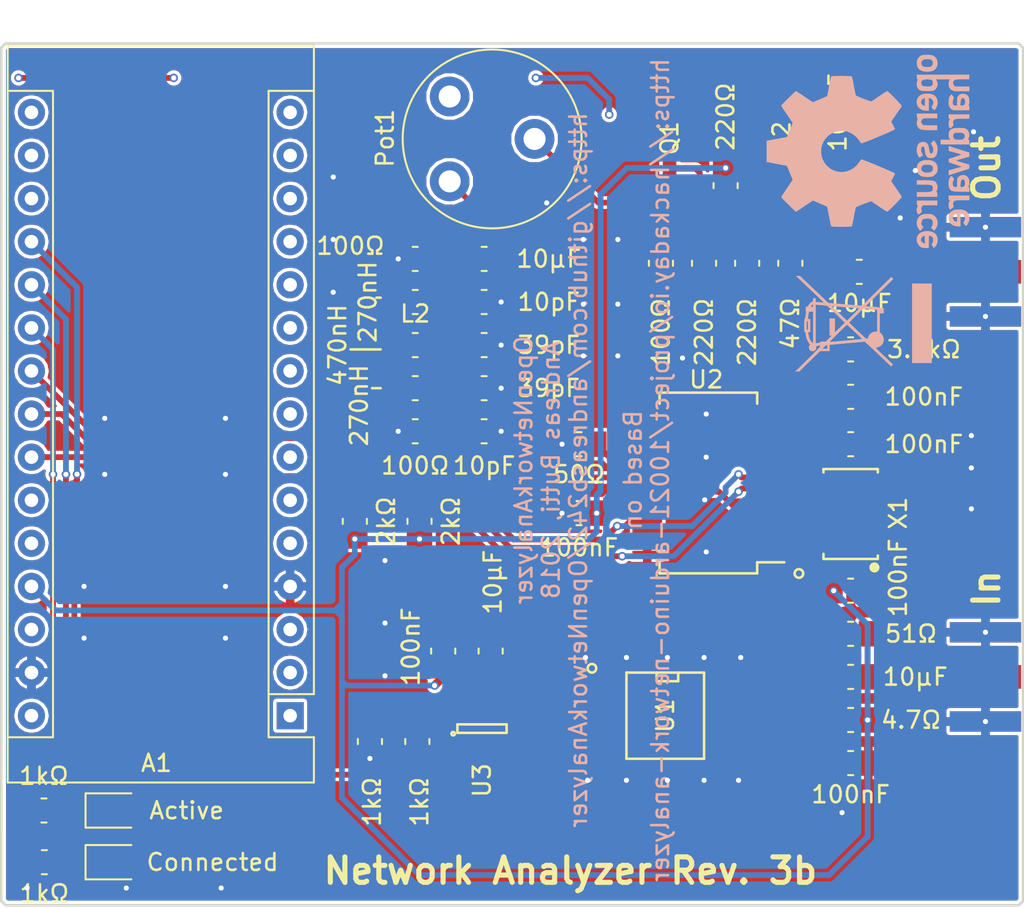
<source format=kicad_pcb>
(kicad_pcb (version 20171130) (host pcbnew 6.0.0-rc1-unknown-0cca1c6~65~ubuntu16.04.1)
  (title_block (title "Arduino Spectrum Analyzer Shield") (date 2015-12-24) (rev 1.0))
  (layers (0 F.Cu signal) (31 B.Cu signal) (34 B.Paste user) (35 F.Paste user) (36 B.SilkS user) (37 F.SilkS user) (38 B.Mask user) (39 F.Mask user) (44 Edge.Cuts user))
  (net 0 "")
  (net 1 /5V)
  (net 2 GND)
  (net 3 "Net-(C2-Pad2)")
  (net 4 /RF)
  (net 5 /Input)
  (net 6 "Net-(C4-Pad2)")
  (net 7 "Net-(C5-Pad1)")
  (net 8 "Net-(C6-Pad1)")
  (net 9 "Net-(C7-Pad1)")
  (net 10 "Net-(C8-Pad1)")
  (net 11 /A0)
  (net 12 "Net-(R1-Pad1)")
  (net 13 "Net-(R9-Pad1)")
  (net 14 /Vmag)
  (net 15 "Net-(C6-Pad2)")
  (net 16 "Net-(C9-Pad1)")
  (net 17 "Net-(Q1-Pad3)")
  (net 18 "Net-(Q2-Pad2)")
  (net 19 "Net-(R11-Pad2)")
  (net 20 "Net-(U2-Pad9)")
  (net 21 /SDA)
  (net 22 /SCL)
  (net 23 "Net-(Pot1-Pad2)")
  (net 24 /SLD)
  (net 25 "Net-(D1-Pad1)")
  (net 26 "Net-(D2-Pad1)")
  (net 27 /A1)
  (net 28 /A2)
  (net 29 "Net-(Pot1-Pad3)")
  (net 30 "Net-(C3-Pad2)")
  (module Capacitor_SMD:C_0805_2012Metric_Pad1.15x1.50mm_HandSolder (layer F.Cu) (at 133.731 121.666 90)
    (fp_text reference C15 hide)
    (fp_text value 100nF (at 0.254 -1.905 90) (layer F.SilkS))
    (pad 1 smd rect (at -1.0425 0 90) (size 1.145 1.5) (layers F.Cu F.Paste F.Mask) (net 1 /5V))
    (pad 2 smd rect (at 1.0425 0 90) (size 1.145 1.5) (layers F.Cu F.Paste F.Mask) (net 2 GND))
  )
  (module Capacitor_SMD:C_0805_2012Metric_Pad1.15x1.50mm_HandSolder (layer F.Cu) (at 141.732 113.538 180)
    (fp_text reference C14 hide)
    (fp_text value 100nF (at 0 -2.032 180) (layer F.SilkS))
    (pad 2 smd rect (at 1.0425 0 180) (size 1.145 1.5) (layers F.Cu F.Paste F.Mask) (net 2 GND))
    (pad 1 smd rect (at -1.0425 0 180) (size 1.145 1.5) (layers F.Cu F.Paste F.Mask) (net 1 /5V))
  )
  (module Capacitor_SMD:C_0805_2012Metric_Pad1.15x1.50mm_HandSolder (layer F.Cu) (at 156.972 94.234 270)
    (fp_text reference C13 hide)
    (fp_text value 100nF (at -4.318 0 270) (layer F.SilkS))
    (pad 1 smd rect (at -1.0425 0 270) (size 1.145 1.5) (layers F.Cu F.Paste F.Mask) (net 1 /5V))
    (pad 2 smd rect (at 1.0425 0 270) (size 1.145 1.5) (layers F.Cu F.Paste F.Mask) (net 2 GND))
  )
  (module Capacitor_SMD:C_0805_2012Metric_Pad1.15x1.50mm_HandSolder (layer F.Cu) (at 157.734 106.68)
    (fp_text reference C12 hide)
    (fp_text value 100nF (at 4.318 0) (layer F.SilkS))
    (pad 2 smd rect (at 1.0425 0) (size 1.145 1.5) (layers F.Cu F.Paste F.Mask) (net 2 GND))
    (pad 1 smd rect (at -1.0425 0) (size 1.145 1.5) (layers F.Cu F.Paste F.Mask) (net 1 /5V))
  )
  (module Capacitor_SMD:C_0805_2012Metric_Pad1.15x1.50mm_HandSolder (layer F.Cu) (at 157.734 109.474)
    (fp_text reference C11 hide)
    (fp_text value 100nF (at 4.318 0) (layer F.SilkS))
    (pad 1 smd rect (at -1.0425 0) (size 1.145 1.5) (layers F.Cu F.Paste F.Mask) (net 1 /5V))
    (pad 2 smd rect (at 1.0425 0) (size 1.145 1.5) (layers F.Cu F.Paste F.Mask) (net 2 GND))
  )
  (module Capacitor_SMD:C_0805_2012Metric_Pad1.15x1.50mm_HandSolder (layer F.Cu) (at 136.144 101.092)
    (fp_text reference C10 hide)
    (fp_text value 10pF (at 3.81 0) (layer F.SilkS))
    (pad 2 smd rect (at 1.0425 0) (size 1.145 1.5) (layers F.Cu F.Paste F.Mask) (net 2 GND))
    (pad 1 smd rect (at -1.0425 0) (size 1.145 1.5) (layers F.Cu F.Paste F.Mask) (net 4 /RF))
  )
  (module Capacitor_SMD:C_0805_2012Metric_Pad1.15x1.50mm_HandSolder (layer F.Cu) (at 136.144 103.632)
    (fp_text reference C9 hide)
    (fp_text value 39pF (at 3.81 0) (layer F.SilkS))
    (pad 1 smd rect (at -1.0425 0) (size 1.145 1.5) (layers F.Cu F.Paste F.Mask) (net 16 "Net-(C9-Pad1)"))
    (pad 2 smd rect (at 1.0425 0) (size 1.145 1.5) (layers F.Cu F.Paste F.Mask) (net 2 GND))
  )
  (module Capacitor_SMD:C_0805_2012Metric_Pad1.15x1.50mm_HandSolder (layer F.Cu) (at 136.144 106.172)
    (fp_text reference C8 hide)
    (fp_text value 39pF (at 3.81 0) (layer F.SilkS))
    (pad 2 smd rect (at 1.0425 0) (size 1.145 1.5) (layers F.Cu F.Paste F.Mask) (net 2 GND))
    (pad 1 smd rect (at -1.0425 0) (size 1.145 1.5) (layers F.Cu F.Paste F.Mask) (net 10 "Net-(C8-Pad1)"))
  )
  (module Capacitor_SMD:C_0805_2012Metric_Pad1.15x1.50mm_HandSolder (layer F.Cu) (at 136.144 108.712)
    (fp_text reference C7 hide)
    (fp_text value 10pF (at 0 2.032) (layer F.SilkS))
    (pad 1 smd rect (at -1.0425 0) (size 1.145 1.5) (layers F.Cu F.Paste F.Mask) (net 9 "Net-(C7-Pad1)"))
    (pad 2 smd rect (at 1.0425 0) (size 1.145 1.5) (layers F.Cu F.Paste F.Mask) (net 2 GND))
  )
  (module Capacitor_SMD:C_0805_2012Metric_Pad1.15x1.50mm_HandSolder (layer F.Cu) (at 158.242 99.314)
    (fp_text reference C6 hide)
    (fp_text value 10µF (at 0 1.85) (layer F.SilkS))
    (pad 2 smd rect (at 1.0425 0) (size 1.145 1.5) (layers F.Cu F.Paste F.Mask) (net 15 "Net-(C6-Pad2)"))
    (pad 1 smd rect (at -1.0425 0) (size 1.145 1.5) (layers F.Cu F.Paste F.Mask) (net 8 "Net-(C6-Pad1)"))
  )
  (module Capacitor_SMD:C_0805_2012Metric_Pad1.15x1.50mm_HandSolder (layer F.Cu) (at 157.734 128.27)
    (fp_text reference C5 hide)
    (fp_text value 100nF (at 0 1.85) (layer F.SilkS))
    (pad 1 smd rect (at -1.0425 0) (size 1.145 1.5) (layers F.Cu F.Paste F.Mask) (net 7 "Net-(C5-Pad1)"))
    (pad 2 smd rect (at 1.0425 0) (size 1.145 1.5) (layers F.Cu F.Paste F.Mask) (net 2 GND))
  )
  (module Capacitor_SMD:C_0805_2012Metric_Pad1.15x1.50mm_HandSolder (layer F.Cu) (at 157.734 123.19 180)
    (fp_text reference C4 hide)
    (fp_text value 10µF (at -3.81 0 180) (layer F.SilkS))
    (pad 2 smd rect (at 1.0425 0 180) (size 1.145 1.5) (layers F.Cu F.Paste F.Mask) (net 6 "Net-(C4-Pad2)"))
    (pad 1 smd rect (at -1.0425 0 180) (size 1.145 1.5) (layers F.Cu F.Paste F.Mask) (net 5 /Input))
  )
  (module Capacitor_SMD:C_0805_2012Metric_Pad1.15x1.50mm_HandSolder (layer F.Cu) (at 136.144 98.552)
    (fp_text reference C3 hide)
    (fp_text value 10µF (at 3.81 0) (layer F.SilkS))
    (pad 1 smd rect (at -1.0425 0) (size 1.145 1.5) (layers F.Cu F.Paste F.Mask) (net 4 /RF))
    (pad 2 smd rect (at 1.0425 0) (size 1.145 1.5) (layers F.Cu F.Paste F.Mask) (net 30 "Net-(C3-Pad2)"))
  )
  (module Capacitor_SMD:C_0805_2012Metric_Pad1.15x1.50mm_HandSolder (layer F.Cu) (at 136.525 121.666 270)
    (fp_text reference C2 hide)
    (fp_text value 10µF (at -4.064 -0.127 270) (layer F.SilkS))
    (pad 2 smd rect (at 1.0425 0 270) (size 1.145 1.5) (layers F.Cu F.Paste F.Mask) (net 3 "Net-(C2-Pad2)"))
    (pad 1 smd rect (at -1.0425 0 270) (size 1.145 1.5) (layers F.Cu F.Paste F.Mask) (net 2 GND))
  )
  (module Capacitor_SMD:C_0805_2012Metric_Pad1.15x1.50mm_HandSolder (layer F.Cu) (at 157.734 118.11)
    (fp_text reference C1 hide)
    (fp_text value 100nF (at 2.794 -0.762 90) (layer F.SilkS))
    (pad 1 smd rect (at -1.0425 0) (size 1.145 1.5) (layers F.Cu F.Paste F.Mask) (net 1 /5V))
    (pad 2 smd rect (at 1.0425 0) (size 1.145 1.5) (layers F.Cu F.Paste F.Mask) (net 2 GND))
  )
  (module Inductor_SMD:L_0805_2012Metric_Pad1.15x1.50mm_HandSolder (layer F.Cu) (at 132.08 103.632)
    (fp_text reference L2 (at 0 -1.85) (layer F.SilkS))
    (fp_text value 470nH (at -4.572 0 90) (layer F.SilkS))
    (pad 1 smd rect (at -1.0425 0) (size 1.145 1.5) (layers F.Cu F.Paste F.Mask) (net 10 "Net-(C8-Pad1)"))
    (pad 2 smd rect (at 1.0425 0) (size 1.145 1.5) (layers F.Cu F.Paste F.Mask) (net 16 "Net-(C9-Pad1)"))
  )
  (module Inductor_SMD:L_0805_2012Metric_Pad1.15x1.50mm_HandSolder (layer F.Cu) (at 132.08 106.172)
    (fp_text reference L1 hide)
    (fp_text value 270nH (at -3.302 1.016 90) (layer F.SilkS))
    (pad 2 smd rect (at 1.0425 0) (size 1.145 1.5) (layers F.Cu F.Paste F.Mask) (net 10 "Net-(C8-Pad1)"))
    (pad 1 smd rect (at -1.0425 0) (size 1.145 1.5) (layers F.Cu F.Paste F.Mask) (net 9 "Net-(C7-Pad1)"))
  )
  (module Inductor_SMD:L_0805_2012Metric_Pad1.15x1.50mm_HandSolder (layer F.Cu) (at 132.08 101.092)
    (fp_text reference L3 hide)
    (fp_text value 270nH (at -2.794 0 90) (layer F.SilkS))
    (pad 1 smd rect (at -1.0425 0) (size 1.145 1.5) (layers F.Cu F.Paste F.Mask) (net 16 "Net-(C9-Pad1)"))
    (pad 2 smd rect (at 1.0425 0) (size 1.145 1.5) (layers F.Cu F.Paste F.Mask) (net 4 /RF))
  )
  (module Resistor_SMD:R_0805_2012Metric_Pad1.15x1.50mm_HandSolder (layer F.Cu) (at 132.08 98.552 180)
    (fp_text reference R13 hide)
    (fp_text value 100Ω (at 3.81 0.762 180) (layer F.SilkS))
    (pad 1 smd rect (at -1.0425 0 180) (size 1.145 1.5) (layers F.Cu F.Paste F.Mask) (net 4 /RF))
    (pad 2 smd rect (at 1.0425 0 180) (size 1.145 1.5) (layers F.Cu F.Paste F.Mask) (net 2 GND))
  )
  (module Resistor_SMD:R_0805_2012Metric_Pad1.15x1.50mm_HandSolder (layer F.Cu) (at 129.413 127 90)
    (fp_text reference R11 hide)
    (fp_text value 1kΩ (at -3.556 0.127 90) (layer F.SilkS))
    (pad 2 smd rect (at 1.0425 0 90) (size 1.145 1.5) (layers F.Cu F.Paste F.Mask) (net 19 "Net-(R11-Pad2)"))
    (pad 1 smd rect (at -1.0425 0 90) (size 1.145 1.5) (layers F.Cu F.Paste F.Mask) (net 2 GND))
  )
  (module Resistor_SMD:R_0805_2012Metric_Pad1.15x1.50mm_HandSolder (layer F.Cu) (at 132.08 108.712 180)
    (fp_text reference R10 hide)
    (fp_text value 100Ω (at 0 -2.032 180) (layer F.SilkS))
    (pad 1 smd rect (at -1.0425 0 180) (size 1.145 1.5) (layers F.Cu F.Paste F.Mask) (net 9 "Net-(C7-Pad1)"))
    (pad 2 smd rect (at 1.0425 0 180) (size 1.145 1.5) (layers F.Cu F.Paste F.Mask) (net 2 GND))
  )
  (module Resistor_SMD:R_0805_2012Metric_Pad1.15x1.50mm_HandSolder (layer F.Cu) (at 141.732 109.474 180)
    (fp_text reference R9 hide)
    (fp_text value 50Ω (at 0 -1.778 180) (layer F.SilkS))
    (pad 2 smd rect (at 1.0425 0 180) (size 1.145 1.5) (layers F.Cu F.Paste F.Mask) (net 2 GND))
    (pad 1 smd rect (at -1.0425 0 180) (size 1.145 1.5) (layers F.Cu F.Paste F.Mask) (net 13 "Net-(R9-Pad1)"))
  )
  (module Resistor_SMD:R_0805_2012Metric_Pad1.15x1.50mm_HandSolder (layer F.Cu) (at 154.178 98.806 270)
    (fp_text reference R8 hide)
    (fp_text value 47Ω (at 3.556 0 270) (layer F.SilkS))
    (pad 1 smd rect (at -1.0425 0 270) (size 1.145 1.5) (layers F.Cu F.Paste F.Mask) (net 18 "Net-(Q2-Pad2)"))
    (pad 2 smd rect (at 1.0425 0 270) (size 1.145 1.5) (layers F.Cu F.Paste F.Mask) (net 8 "Net-(C6-Pad1)"))
  )
  (module Resistor_SMD:R_0805_2012Metric_Pad1.15x1.50mm_HandSolder (layer F.Cu) (at 149.098 98.806 270)
    (fp_text reference R6 hide)
    (fp_text value 220Ω (at 4.064 0 270) (layer F.SilkS))
    (pad 2 smd rect (at 1.0425 0 270) (size 1.145 1.5) (layers F.Cu F.Paste F.Mask) (net 18 "Net-(Q2-Pad2)"))
    (pad 1 smd rect (at -1.0425 0 270) (size 1.145 1.5) (layers F.Cu F.Paste F.Mask) (net 23 "Net-(Pot1-Pad2)"))
  )
  (module Resistor_SMD:R_0805_2012Metric_Pad1.15x1.50mm_HandSolder (layer F.Cu) (at 150.368 94.234 270)
    (fp_text reference R5 hide)
    (fp_text value 220Ω (at -4.064 0 270) (layer F.SilkS))
    (pad 1 smd rect (at -1.0425 0 270) (size 1.145 1.5) (layers F.Cu F.Paste F.Mask) (net 1 /5V))
    (pad 2 smd rect (at 1.0425 0 270) (size 1.145 1.5) (layers F.Cu F.Paste F.Mask) (net 17 "Net-(Q1-Pad3)"))
  )
  (module Resistor_SMD:R_0805_2012Metric_Pad1.15x1.50mm_HandSolder (layer F.Cu) (at 146.558 98.806 270)
    (fp_text reference R4 hide)
    (fp_text value 100Ω (at 4.064 0 270) (layer F.SilkS))
    (pad 2 smd rect (at 1.0425 0 270) (size 1.145 1.5) (layers F.Cu F.Paste F.Mask) (net 2 GND))
    (pad 1 smd rect (at -1.0425 0 270) (size 1.145 1.5) (layers F.Cu F.Paste F.Mask) (net 23 "Net-(Pot1-Pad2)"))
  )
  (module Resistor_SMD:R_0805_2012Metric_Pad1.15x1.50mm_HandSolder (layer F.Cu) (at 132.207 127 270)
    (fp_text reference R12 hide)
    (fp_text value 1kΩ (at 3.556 -0.127 270) (layer F.SilkS))
    (pad 1 smd rect (at -1.0425 0 270) (size 1.145 1.5) (layers F.Cu F.Paste F.Mask) (net 19 "Net-(R11-Pad2)"))
    (pad 2 smd rect (at 1.0425 0 270) (size 1.145 1.5) (layers F.Cu F.Paste F.Mask) (net 11 /A0))
  )
  (module Resistor_SMD:R_0805_2012Metric_Pad1.15x1.50mm_HandSolder (layer F.Cu) (at 132.334 114.0195 90)
    (fp_text reference R14 hide)
    (fp_text value 2kΩ (at 0 1.85 90) (layer F.SilkS))
    (pad 2 smd rect (at 1.0425 0 90) (size 1.145 1.5) (layers F.Cu F.Paste F.Mask) (net 22 /SCL))
    (pad 1 smd rect (at -1.0425 0 90) (size 1.145 1.5) (layers F.Cu F.Paste F.Mask) (net 1 /5V))
  )
  (module Resistor_SMD:R_0805_2012Metric_Pad1.15x1.50mm_HandSolder (layer F.Cu) (at 157.734 120.65)
    (fp_text reference R2 hide)
    (fp_text value 51Ω (at 3.556 0) (layer F.SilkS))
    (pad 1 smd rect (at -1.0425 0) (size 1.145 1.5) (layers F.Cu F.Paste F.Mask) (net 2 GND))
    (pad 2 smd rect (at 1.0425 0) (size 1.145 1.5) (layers F.Cu F.Paste F.Mask) (net 5 /Input))
  )
  (module Resistor_SMD:R_0805_2012Metric_Pad1.15x1.50mm_HandSolder (layer F.Cu) (at 157.734 103.886)
    (fp_text reference R1 hide)
    (fp_text value 3.9kΩ (at 4.318 0) (layer F.SilkS))
    (pad 2 smd rect (at 1.0425 0) (size 1.145 1.5) (layers F.Cu F.Paste F.Mask) (net 2 GND))
    (pad 1 smd rect (at -1.0425 0) (size 1.145 1.5) (layers F.Cu F.Paste F.Mask) (net 12 "Net-(R1-Pad1)"))
  )
  (module Resistor_SMD:R_0805_2012Metric_Pad1.15x1.50mm_HandSolder (layer F.Cu) (at 128.524 114.0195 90)
    (fp_text reference R15 hide)
    (fp_text value 2kΩ (at 0 1.85 90) (layer F.SilkS))
    (pad 1 smd rect (at -1.0425 0 90) (size 1.145 1.5) (layers F.Cu F.Paste F.Mask) (net 1 /5V))
    (pad 2 smd rect (at 1.0425 0 90) (size 1.145 1.5) (layers F.Cu F.Paste F.Mask) (net 21 /SDA))
  )
  (module Resistor_SMD:R_0805_2012Metric_Pad1.15x1.50mm_HandSolder (layer F.Cu) (at 157.734 125.73)
    (fp_text reference R3 hide)
    (fp_text value 4.7Ω (at 3.556 0) (layer F.SilkS))
    (pad 2 smd rect (at 1.0425 0) (size 1.145 1.5) (layers F.Cu F.Paste F.Mask) (net 1 /5V))
    (pad 1 smd rect (at -1.0425 0) (size 1.145 1.5) (layers F.Cu F.Paste F.Mask) (net 7 "Net-(C5-Pad1)"))
  )
  (module Resistor_SMD:R_0805_2012Metric_Pad1.15x1.50mm_HandSolder (layer F.Cu) (at 151.638 98.806 270)
    (fp_text reference R7 hide)
    (fp_text value 220Ω (at 4.064 0 270) (layer F.SilkS))
    (pad 1 smd rect (at -1.0425 0 270) (size 1.145 1.5) (layers F.Cu F.Paste F.Mask) (net 18 "Net-(Q2-Pad2)"))
    (pad 2 smd rect (at 1.0425 0 270) (size 1.145 1.5) (layers F.Cu F.Paste F.Mask) (net 2 GND))
  )
  (module footprints:SMA_Edgemount (layer F.Cu) (at 163.576 123.19)
    (fp_text reference J1 hide)
    (fp_text value SMA hide)
    (pad 1 connect rect (at 2.1 0) (size 4.2 1.4) (layers F.Cu F.Mask) (net 5 /Input))
    (pad 2 connect rect (at 2.1 2.63) (size 4.2 1.2) (layers F.Cu F.Mask) (net 2 GND))
    (pad 3 connect rect (at 2.1 -2.63) (size 4.2 1.2) (layers F.Cu F.Mask) (net 2 GND))
    (pad 4 connect rect (at 2.1 -2.63) (size 4.2 1.2) (layers B.Cu B.Mask) (net 2 GND))
    (pad 5 connect rect (at 2.1 2.63) (size 4.2 1.2) (layers B.Cu B.Mask) (net 2 GND))
  )
  (module footprints:SMA_Edgemount (layer F.Cu) (at 163.576 99.314)
    (fp_text reference J2 hide)
    (fp_text value SMA hide)
    (pad 1 connect rect (at 2.1 0) (size 4.2 1.4) (layers F.Cu F.Mask) (net 15 "Net-(C6-Pad2)"))
    (pad 2 connect rect (at 2.1 2.63) (size 4.2 1.2) (layers F.Cu F.Mask) (net 2 GND))
    (pad 3 connect rect (at 2.1 -2.63) (size 4.2 1.2) (layers F.Cu F.Mask) (net 2 GND))
    (pad 4 connect rect (at 2.1 -2.63) (size 4.2 1.2) (layers B.Cu B.Mask) (net 2 GND))
    (pad 5 connect rect (at 2.1 2.63) (size 4.2 1.2) (layers B.Cu B.Mask) (net 2 GND))
  )
  (module footprints:SOT-23 (layer F.Cu) (at 147.066 94.234)
    (fp_text reference Q1 (at 0 -2.794 90) (layer F.SilkS))
    (fp_text value MMBT3904 hide)
    (pad 3 smd rect (at 0 -1) (size 0.8 0.9) (layers F.Cu F.Paste F.Mask) (net 17 "Net-(Q1-Pad3)"))
    (pad 2 smd rect (at 0.95 1) (size 0.8 0.9) (layers F.Cu F.Paste F.Mask) (net 2 GND))
    (pad 1 smd rect (at -0.95 1) (size 0.8 0.9) (layers F.Cu F.Paste F.Mask) (net 23 "Net-(Pot1-Pad2)"))
  )
  (module footprints:SOT-23 (layer F.Cu) (at 153.67 94.234)
    (fp_text reference Q2 (at 0 -2.794 90) (layer F.SilkS))
    (fp_text value MMBT3904 hide)
    (pad 3 smd rect (at 0 -1) (size 0.8 0.9) (layers F.Cu F.Paste F.Mask) (net 1 /5V))
    (pad 2 smd rect (at 0.95 1) (size 0.8 0.9) (layers F.Cu F.Paste F.Mask) (net 18 "Net-(Q2-Pad2)"))
    (pad 1 smd rect (at -0.95 1) (size 0.8 0.9) (layers F.Cu F.Paste F.Mask) (net 17 "Net-(Q1-Pad3)"))
  )
  (module SMD_Packages:SOIC-8-N (layer F.Cu) (at 146.812 125.476 270)
    (fp_text reference U1 (at 0 0 270) (layer F.SilkS))
    (fp_text value AD8307 hide)
    (pad 8 smd rect (at -1.905 -3.175 270) (size 0.508 1.143) (layers F.Cu F.Paste F.Mask) (net 6 "Net-(C4-Pad2)"))
    (pad 7 smd rect (at -0.635 -3.175 270) (size 0.508 1.143) (layers F.Cu F.Paste F.Mask) (net 7 "Net-(C5-Pad1)"))
    (pad 6 smd rect (at 0.635 -3.175 270) (size 0.508 1.143) (layers F.Cu F.Paste F.Mask) (net 7 "Net-(C5-Pad1)"))
    (pad 5 smd rect (at 1.905 -3.175 270) (size 0.508 1.143) (layers F.Cu F.Paste F.Mask))
    (pad 4 smd rect (at 1.905 3.175 270) (size 0.508 1.143) (layers F.Cu F.Paste F.Mask) (net 14 /Vmag))
    (pad 3 smd rect (at 0.635 3.175 270) (size 0.508 1.143) (layers F.Cu F.Paste F.Mask))
    (pad 2 smd rect (at -0.635 3.175 270) (size 0.508 1.143) (layers F.Cu F.Paste F.Mask) (net 2 GND))
    (pad 1 smd rect (at -1.905 3.175 270) (size 0.508 1.143) (layers F.Cu F.Paste F.Mask) (net 3 "Net-(C2-Pad2)"))
  )
  (module Housings_SSOP:SSOP-28_5.3x10.2mm_Pitch0.65mm (layer F.Cu) (at 149.352 111.76 180)
    (fp_text reference U2 (at 0.127 6.096) (layer F.SilkS))
    (fp_text value AD9851 hide)
    (pad 1 smd rect (at -3.6 -4.225 180) (size 1.75 0.45) (layers F.Cu F.Paste F.Mask) (net 2 GND))
    (pad 2 smd rect (at -3.6 -3.575 180) (size 1.75 0.45) (layers F.Cu F.Paste F.Mask) (net 2 GND))
    (pad 3 smd rect (at -3.6 -2.925 180) (size 1.75 0.45) (layers F.Cu F.Paste F.Mask) (net 1 /5V))
    (pad 4 smd rect (at -3.6 -2.275 180) (size 1.75 0.45) (layers F.Cu F.Paste F.Mask) (net 1 /5V))
    (pad 5 smd rect (at -3.6 -1.625 180) (size 1.75 0.45) (layers F.Cu F.Paste F.Mask) (net 2 GND))
    (pad 6 smd rect (at -3.6 -0.975 180) (size 1.75 0.45) (layers F.Cu F.Paste F.Mask) (net 1 /5V))
    (pad 7 smd rect (at -3.6 -0.325 180) (size 1.75 0.45) (layers F.Cu F.Paste F.Mask) (net 22 /SCL))
    (pad 8 smd rect (at -3.6 0.325 180) (size 1.75 0.45) (layers F.Cu F.Paste F.Mask) (net 24 /SLD))
    (pad 9 smd rect (at -3.6 0.975 180) (size 1.75 0.45) (layers F.Cu F.Paste F.Mask) (net 20 "Net-(U2-Pad9)"))
    (pad 10 smd rect (at -3.6 1.625 180) (size 1.75 0.45) (layers F.Cu F.Paste F.Mask) (net 2 GND))
    (pad 11 smd rect (at -3.6 2.275 180) (size 1.75 0.45) (layers F.Cu F.Paste F.Mask) (net 1 /5V))
    (pad 12 smd rect (at -3.6 2.925 180) (size 1.75 0.45) (layers F.Cu F.Paste F.Mask) (net 12 "Net-(R1-Pad1)"))
    (pad 13 smd rect (at -3.6 3.575 180) (size 1.75 0.45) (layers F.Cu F.Paste F.Mask))
    (pad 14 smd rect (at -3.6 4.225 180) (size 1.75 0.45) (layers F.Cu F.Paste F.Mask))
    (pad 15 smd rect (at 3.6 4.225 180) (size 1.75 0.45) (layers F.Cu F.Paste F.Mask) (net 2 GND))
    (pad 16 smd rect (at 3.6 3.575 180) (size 1.75 0.45) (layers F.Cu F.Paste F.Mask) (net 2 GND))
    (pad 17 smd rect (at 3.6 2.925 180) (size 1.75 0.45) (layers F.Cu F.Paste F.Mask))
    (pad 18 smd rect (at 3.6 2.275 180) (size 1.75 0.45) (layers F.Cu F.Paste F.Mask) (net 1 /5V))
    (pad 19 smd rect (at 3.6 1.625 180) (size 1.75 0.45) (layers F.Cu F.Paste F.Mask) (net 2 GND))
    (pad 20 smd rect (at 3.6 0.975 180) (size 1.75 0.45) (layers F.Cu F.Paste F.Mask) (net 13 "Net-(R9-Pad1)"))
    (pad 21 smd rect (at 3.6 0.325 180) (size 1.75 0.45) (layers F.Cu F.Paste F.Mask) (net 9 "Net-(C7-Pad1)"))
    (pad 22 smd rect (at 3.6 -0.325 180) (size 1.75 0.45) (layers F.Cu F.Paste F.Mask) (net 2 GND))
    (pad 23 smd rect (at 3.6 -0.975 180) (size 1.75 0.45) (layers F.Cu F.Paste F.Mask) (net 1 /5V))
    (pad 24 smd rect (at 3.6 -1.625 180) (size 1.75 0.45) (layers F.Cu F.Paste F.Mask) (net 2 GND))
    (pad 25 smd rect (at 3.6 -2.275 180) (size 1.75 0.45) (layers F.Cu F.Paste F.Mask) (net 21 /SDA))
    (pad 26 smd rect (at 3.6 -2.925 180) (size 1.75 0.45) (layers F.Cu F.Paste F.Mask) (net 2 GND))
    (pad 27 smd rect (at 3.6 -3.575 180) (size 1.75 0.45) (layers F.Cu F.Paste F.Mask) (net 2 GND))
    (pad 28 smd rect (at 3.6 -4.225 180) (size 1.75 0.45) (layers F.Cu F.Paste F.Mask) (net 2 GND))
  )
  (module Housings_SOT-23_SOT-143_TSOT-6:SOT-23-5 (layer F.Cu) (at 136.017 126.238 90)
    (fp_text reference U3 (at -3.048 0 90) (layer F.SilkS))
    (fp_text value LM7301 hide)
    (pad 1 smd rect (at -1.1 -0.95 90) (size 1.06 0.65) (layers F.Cu F.Paste F.Mask) (net 11 /A0))
    (pad 2 smd rect (at -1.1 0 90) (size 1.06 0.65) (layers F.Cu F.Paste F.Mask) (net 2 GND))
    (pad 3 smd rect (at -1.1 0.95 90) (size 1.06 0.65) (layers F.Cu F.Paste F.Mask) (net 14 /Vmag))
    (pad 4 smd rect (at 1.1 0.95 90) (size 1.06 0.65) (layers F.Cu F.Paste F.Mask) (net 19 "Net-(R11-Pad2)"))
    (pad 5 smd rect (at 1.1 -0.95 90) (size 1.06 0.65) (layers F.Cu F.Paste F.Mask) (net 1 /5V))
  )
  (module footprints:KC5032A-CM_SMD_Crystal (layer F.Cu) (at 157.734 113.538 90)
    (fp_text reference X1 (at 0 2.794 270) (layer F.SilkS))
    (fp_text value KC5032A hide)
    (pad 1 smd rect (at -1.25 1.1 90) (size 1.6 1.4) (layers F.Cu F.Paste F.Mask) (net 1 /5V))
    (pad 2 smd rect (at 1.25 1.1 90) (size 1.6 1.4) (layers F.Cu F.Paste F.Mask) (net 2 GND))
    (pad 3 smd rect (at 1.25 -1.1 90) (size 1.6 1.4) (layers F.Cu F.Paste F.Mask) (net 20 "Net-(U2-Pad9)"))
    (pad 4 smd rect (at -1.25 -1.1 90) (size 1.6 1.4) (layers F.Cu F.Paste F.Mask) (net 1 /5V))
  )
  (module Module:Arduino_Nano (layer F.Cu) (at 124.714 125.476 180)
    (fp_text reference A1 (at 7.874 -2.794 180) (layer F.SilkS))
    (fp_text value Arduino_Nano_v3.x)
    (pad 1 thru_hole rect (at 0 0 180) (size 1.6 1.6) (drill 0.8) (layers *.Cu *.Mask))
    (pad 17 thru_hole oval (at 15.24 33.02 180) (size 1.6 1.6) (drill 0.8) (layers *.Cu *.Mask))
    (pad 2 thru_hole oval (at 0 2.54 180) (size 1.6 1.6) (drill 0.8) (layers *.Cu *.Mask))
    (pad 18 thru_hole oval (at 15.24 30.48 180) (size 1.6 1.6) (drill 0.8) (layers *.Cu *.Mask))
    (pad 3 thru_hole oval (at 0 5.08 180) (size 1.6 1.6) (drill 0.8) (layers *.Cu *.Mask))
    (pad 19 thru_hole oval (at 15.24 27.94 180) (size 1.6 1.6) (drill 0.8) (layers *.Cu *.Mask) (net 11 /A0))
    (pad 4 thru_hole oval (at 0 7.62 180) (size 1.6 1.6) (drill 0.8) (layers *.Cu *.Mask) (net 2 GND))
    (pad 20 thru_hole oval (at 15.24 25.4 180) (size 1.6 1.6) (drill 0.8) (layers *.Cu *.Mask) (net 27 /A1))
    (pad 5 thru_hole oval (at 0 10.16 180) (size 1.6 1.6) (drill 0.8) (layers *.Cu *.Mask))
    (pad 21 thru_hole oval (at 15.24 22.86 180) (size 1.6 1.6) (drill 0.8) (layers *.Cu *.Mask) (net 28 /A2))
    (pad 6 thru_hole oval (at 0 12.7 180) (size 1.6 1.6) (drill 0.8) (layers *.Cu *.Mask))
    (pad 22 thru_hole oval (at 15.24 20.32 180) (size 1.6 1.6) (drill 0.8) (layers *.Cu *.Mask) (net 24 /SLD))
    (pad 7 thru_hole oval (at 0 15.24 180) (size 1.6 1.6) (drill 0.8) (layers *.Cu *.Mask))
    (pad 23 thru_hole oval (at 15.24 17.78 180) (size 1.6 1.6) (drill 0.8) (layers *.Cu *.Mask) (net 21 /SDA))
    (pad 8 thru_hole oval (at 0 17.78 180) (size 1.6 1.6) (drill 0.8) (layers *.Cu *.Mask))
    (pad 24 thru_hole oval (at 15.24 15.24 180) (size 1.6 1.6) (drill 0.8) (layers *.Cu *.Mask) (net 22 /SCL))
    (pad 9 thru_hole oval (at 0 20.32 180) (size 1.6 1.6) (drill 0.8) (layers *.Cu *.Mask))
    (pad 25 thru_hole oval (at 15.24 12.7 180) (size 1.6 1.6) (drill 0.8) (layers *.Cu *.Mask))
    (pad 10 thru_hole oval (at 0 22.86 180) (size 1.6 1.6) (drill 0.8) (layers *.Cu *.Mask))
    (pad 26 thru_hole oval (at 15.24 10.16 180) (size 1.6 1.6) (drill 0.8) (layers *.Cu *.Mask))
    (pad 11 thru_hole oval (at 0 25.4 180) (size 1.6 1.6) (drill 0.8) (layers *.Cu *.Mask))
    (pad 27 thru_hole oval (at 15.24 7.62 180) (size 1.6 1.6) (drill 0.8) (layers *.Cu *.Mask) (net 1 /5V))
    (pad 12 thru_hole oval (at 0 27.94 180) (size 1.6 1.6) (drill 0.8) (layers *.Cu *.Mask))
    (pad 28 thru_hole oval (at 15.24 5.08 180) (size 1.6 1.6) (drill 0.8) (layers *.Cu *.Mask))
    (pad 13 thru_hole oval (at 0 30.48 180) (size 1.6 1.6) (drill 0.8) (layers *.Cu *.Mask))
    (pad 29 thru_hole oval (at 15.24 2.54 180) (size 1.6 1.6) (drill 0.8) (layers *.Cu *.Mask) (net 2 GND))
    (pad 14 thru_hole oval (at 0 33.02 180) (size 1.6 1.6) (drill 0.8) (layers *.Cu *.Mask))
    (pad 30 thru_hole oval (at 15.24 0 180) (size 1.6 1.6) (drill 0.8) (layers *.Cu *.Mask))
    (pad 15 thru_hole oval (at 0 35.56 180) (size 1.6 1.6) (drill 0.8) (layers *.Cu *.Mask))
    (pad 16 thru_hole oval (at 15.24 35.56 180) (size 1.6 1.6) (drill 0.8) (layers *.Cu *.Mask))
  )
  (module LED_SMD:LED_0805_2012Metric_Pad0.97x1.50mm_HandSolder (layer F.Cu) (at 114.361 131.064)
    (fp_text reference D1 hide)
    (fp_text value LED hide)
    (pad 1 smd rect (at -0.955 0) (size 0.97 1.5) (layers F.Cu F.Paste F.Mask) (net 25 "Net-(D1-Pad1)"))
    (pad 2 smd rect (at 0.955 0) (size 0.97 1.5) (layers F.Cu F.Paste F.Mask) (net 2 GND))
  )
  (module LED_SMD:LED_0805_2012Metric_Pad0.97x1.50mm_HandSolder (layer F.Cu) (at 114.361 134.112)
    (fp_text reference D2 hide)
    (fp_text value LED hide)
    (pad 2 smd rect (at 0.955 0) (size 0.97 1.5) (layers F.Cu F.Paste F.Mask) (net 2 GND))
    (pad 1 smd rect (at -0.955 0) (size 0.97 1.5) (layers F.Cu F.Paste F.Mask) (net 26 "Net-(D2-Pad1)"))
  )
  (module Resistor_SMD:R_0805_2012Metric_Pad1.15x1.50mm_HandSolder (layer F.Cu) (at 110.2095 131.064)
    (fp_text reference R16 hide)
    (fp_text value 1kΩ (at 0 -2.032) (layer F.SilkS))
    (pad 1 smd rect (at -1.0425 0) (size 1.145 1.5) (layers F.Cu F.Paste F.Mask) (net 27 /A1))
    (pad 2 smd rect (at 1.0425 0) (size 1.145 1.5) (layers F.Cu F.Paste F.Mask) (net 25 "Net-(D1-Pad1)"))
  )
  (module Resistor_SMD:R_0805_2012Metric_Pad1.15x1.50mm_HandSolder (layer F.Cu) (at 110.236 134.112)
    (fp_text reference R17 hide)
    (fp_text value 1kΩ (at 0 1.85) (layer F.SilkS))
    (pad 2 smd rect (at 1.0425 0) (size 1.145 1.5) (layers F.Cu F.Paste F.Mask) (net 26 "Net-(D2-Pad1)"))
    (pad 1 smd rect (at -1.0425 0) (size 1.145 1.5) (layers F.Cu F.Paste F.Mask) (net 28 /A2))
  )
  (module Potentiometer_THT:Potentiometer_Piher_PT-10-V05_Vertical (layer F.Cu) (at 134.112 93.98)
    (fp_text reference Pot1 (at -3.81 -2.54 90) (layer F.SilkS))
    (fp_text value 1k)
    (pad 1 thru_hole circle (at 0 0) (size 2.34 2.34) (drill 1.3) (layers *.Cu *.Mask) (net 30 "Net-(C3-Pad2)"))
    (pad 2 thru_hole circle (at 5 -2.5) (size 2.34 2.34) (drill 1.3) (layers *.Cu *.Mask) (net 23 "Net-(Pot1-Pad2)"))
    (pad 3 thru_hole circle (at 0 -5) (size 2.34 2.34) (drill 1.3) (layers *.Cu *.Mask))
  )
  (module Symbol:OSHW-Logo_11.4x12mm_SilkScreen (layer B.Cu) (at 158.75 92.202 270)
    (fp_text reference REF** hide)
    (fp_text value OSHW-Logo_11.4x12mm_SilkScreen hide)
  )
  (module Symbol:WEEE-Logo_5.6x8mm_SilkScreen (layer B.Cu) (at 158.496 102.362 270)
    (fp_text reference REF** hide)
    (fp_text value WEEE-Logo_5.6x8mm_SilkScreen hide)
  )
  (gr_text "OpenNetworkAnalyzer\nAndreas Butti, 2018\nhttps://github.com/andreasb242/OpenNetworkAnalyzer\n\nBased on\nhttps://hackaday.io/project/10021-arduino-network-analyzer\n" (at 142.494 110.998 90) (layer B.SilkS) (effects (font (size 1 1)) (justify mirror)))
  (gr_line (start 130.048 100.838) (end 129.794 100.838) (layer F.SilkS) (width 0.15))
  (gr_line (start 130.048 103.886) (end 128.27 103.886) (layer F.SilkS) (width 0.15))
  (gr_line (start 130.048 106.172) (end 129.54 106.172) (layer F.SilkS) (width 0.15))
  (gr_circle (center 142.494 122.682) (end 142.748 122.682) (layer F.SilkS) (width 0.15))
  (gr_circle (center 154.686 117.094) (end 154.94 117.094) (layer F.SilkS) (width 0.15))
  (gr_text Active (at 118.618 131.064) (layer F.SilkS) (effects (font (size 1 1))))
  (gr_text Connected (at 120.142 134.112) (layer F.SilkS) (effects (font (size 1 1))))
  (gr_line (start 107.95 136.652) (end 167.64 136.652) (angle 90) (layer Edge.Cuts) (width 0.15))
  (gr_line (start 107.696 136.398) (end 107.95 136.652) (angle 90) (layer Edge.Cuts) (width 0.15))
  (gr_line (start 167.64 136.652) (end 167.894 136.398) (angle 90) (layer Edge.Cuts) (width 0.15))
  (gr_line (start 167.64 85.852) (end 167.894 86.106) (angle 90) (layer Edge.Cuts) (width 0.15))
  (gr_line (start 107.95 85.852) (end 107.696 86.106) (angle 90) (layer Edge.Cuts) (width 0.15))
  (gr_line (start 167.64 85.852) (end 107.95 85.852) (angle 90) (layer Edge.Cuts) (width 0.15))
  (gr_text "Network Analyzer Rev. 3b" (at 141.224 134.62) (layer F.SilkS) (effects (font (size 1.5 1.5) (thickness 0.3))))
  (gr_text In (at 165.735 117.983 90) (layer F.SilkS) (effects (font (size 1.5 1.5) (thickness 0.3))))
  (gr_text Out (at 165.735 93.218 90.4) (layer F.SilkS) (effects (font (size 1.5 1.5) (thickness 0.3))))
  (gr_line (start 107.696 136.398) (end 107.696 86.106) (angle 90) (layer Edge.Cuts) (width 0.15))
  (gr_line (start 167.894 86.106) (end 167.894 136.398) (angle 90) (layer Edge.Cuts) (width 0.15))
  (segment (start 143.51 90.043) (end 143.51 89.154) (width 0.342) (layer B.Cu) (net 0))
  (via (at 139.192 87.884) (size 0.5) (drill 0.3) (layers F.Cu B.Cu) (net 0))
  (segment (start 139.192 87.884) (end 142.24 87.884) (width 0.342) (layer B.Cu) (net 0))
  (segment (start 142.24 87.884) (end 143.51 89.154) (width 0.342) (layer B.Cu) (net 0))
  (via (at 143.51 90.043) (size 0.5) (drill 0.3) (layers F.Cu B.Cu) (net 0))
  (segment (start 156.734 106.68) (end 156.734 109.474) (width 0.342) (layer F.Cu) (net 1))
  (segment (start 156.734 109.474) (end 152.963 109.474) (width 0.342) (layer F.Cu) (net 1))
  (segment (start 152.963 109.474) (end 152.952 109.485) (width 0.342) (layer F.Cu) (net 1))
  (segment (start 156.634 118.01) (end 156.734 118.11) (width 0.342) (layer F.Cu) (net 1))
  (segment (start 152.952 114.685) (end 156.531 114.685) (width 0.342) (layer F.Cu) (net 1))
  (segment (start 156.531 114.685) (end 156.634 114.788) (width 0.342) (layer F.Cu) (net 1))
  (segment (start 152.952 114.685) (end 152.952 114.035) (width 0.342) (layer F.Cu) (net 1))
  (segment (start 145.752 109.485) (end 147.309 109.485) (width 0.342) (layer F.Cu) (net 1))
  (segment (start 147.309 109.485) (end 147.32 109.474) (width 0.342) (layer F.Cu) (net 1))
  (segment (start 153.67 93.234) (end 154.67 93.234) (width 0.342) (layer F.Cu) (net 1))
  (segment (start 154.67 93.234) (end 154.686 93.218) (width 0.342) (layer F.Cu) (net 1))
  (segment (start 150.368 93.234) (end 151.622 93.234) (width 0.342) (layer F.Cu) (net 1))
  (segment (start 151.622 93.234) (end 151.638 93.218) (width 0.342) (layer F.Cu) (net 1))
  (segment (start 156.723 109.485) (end 156.734 109.474) (width 0.5) (layer F.Cu) (net 1))
  (segment (start 156.531 114.685) (end 156.634 114.788) (width 0.5) (layer F.Cu) (net 1))
  (segment (start 133.731 122.666) (end 133.731 123.19) (width 0.5) (layer F.Cu) (net 1))
  (via (at 133.223 123.698) (size 0.5) (drill 0.3) (layers F.Cu B.Cu) (net 1))
  (segment (start 133.731 123.19) (end 133.223 123.698) (width 0.5) (layer F.Cu) (net 1))
  (segment (start 133.731 122.666) (end 133.731 122.936) (width 0.5) (layer F.Cu) (net 1))
  (segment (start 133.731 122.936) (end 135.067 124.272) (width 0.5) (layer F.Cu) (net 1))
  (segment (start 135.067 124.272) (end 135.067 125.138) (width 0.5) (layer F.Cu) (net 1))
  (via (at 156.734 118.11) (size 0.5) (drill 0.3) (layers F.Cu B.Cu) (net 1))
  (segment (start 158.734 120.11) (end 156.734 118.11) (width 0.342) (layer B.Cu) (net 1))
  (via (at 158.734 125.73) (size 0.5) (drill 0.3) (layers F.Cu B.Cu) (net 1))
  (segment (start 147.32 112.014) (end 147.574 112.268) (width 0.342) (layer F.Cu) (net 1))
  (segment (start 147.32 109.474) (end 147.32 112.014) (width 0.342) (layer F.Cu) (net 1))
  (segment (start 156.972 93.234) (end 153.67 93.234) (width 0.342) (layer F.Cu) (net 1))
  (segment (start 153.67 93.234) (end 150.368 93.234) (width 0.342) (layer F.Cu) (net 1))
  (segment (start 158.734 125.73) (end 158.734 120.11) (width 0.342) (layer B.Cu) (net 1))
  (segment (start 158.734 125.73) (end 158.734 132.604) (width 0.342) (layer B.Cu) (net 1))
  (segment (start 158.734 132.604) (end 156.464 134.874) (width 0.342) (layer B.Cu) (net 1))
  (segment (start 156.464 134.874) (end 132.334 134.874) (width 0.342) (layer B.Cu) (net 1))
  (segment (start 132.334 134.874) (end 127.762 130.302) (width 0.342) (layer B.Cu) (net 1))
  (segment (start 110.273999 118.655999) (end 109.474 117.856) (width 0.342) (layer B.Cu) (net 1))
  (segment (start 110.890599 119.272599) (end 110.273999 118.655999) (width 0.342) (layer B.Cu) (net 1))
  (segment (start 127.400599 119.272599) (end 110.890599 119.272599) (width 0.342) (layer B.Cu) (net 1))
  (segment (start 127.762 119.634) (end 127.400599 119.272599) (width 0.342) (layer B.Cu) (net 1))
  (segment (start 128.016 123.698) (end 127.762 123.444) (width 0.342) (layer B.Cu) (net 1))
  (segment (start 133.223 123.698) (end 128.016 123.698) (width 0.342) (layer B.Cu) (net 1))
  (segment (start 127.762 130.302) (end 127.762 123.444) (width 0.342) (layer B.Cu) (net 1))
  (segment (start 151.735 109.485) (end 150.556598 110.663402) (width 0.342) (layer F.Cu) (net 1))
  (segment (start 152.952 109.485) (end 151.735 109.485) (width 0.342) (layer F.Cu) (net 1))
  (segment (start 142.732 113.538) (end 143.535 112.735) (width 0.342) (layer F.Cu) (net 1))
  (segment (start 144.535 112.735) (end 145.752 112.735) (width 0.342) (layer F.Cu) (net 1))
  (segment (start 143.535 112.735) (end 144.535 112.735) (width 0.342) (layer F.Cu) (net 1))
  (segment (start 149.968 112.268) (end 149.86 112.268) (width 0.342) (layer F.Cu) (net 1))
  (segment (start 152.952 114.035) (end 151.735 114.035) (width 0.342) (layer F.Cu) (net 1))
  (segment (start 149.606 111.614) (end 150.556598 110.663402) (width 0.342) (layer F.Cu) (net 1))
  (segment (start 149.606 112.268) (end 149.606 111.614) (width 0.342) (layer F.Cu) (net 1))
  (segment (start 149.606 112.268) (end 149.86 112.268) (width 0.342) (layer F.Cu) (net 1))
  (segment (start 150.368 112.668) (end 149.968 112.268) (width 0.342) (layer F.Cu) (net 1))
  (segment (start 151.735 114.035) (end 150.368 112.668) (width 0.342) (layer F.Cu) (net 1))
  (segment (start 147.107 112.735) (end 147.574 112.268) (width 0.342) (layer F.Cu) (net 1))
  (segment (start 145.752 112.735) (end 147.107 112.735) (width 0.342) (layer F.Cu) (net 1))
  (segment (start 152.952 112.735) (end 151.511636 112.735) (width 0.342) (layer F.Cu) (net 1))
  (segment (start 151.511636 112.735) (end 151.405234 112.841402) (width 0.342) (layer F.Cu) (net 1))
  (segment (start 151.405234 112.841402) (end 150.541402 112.841402) (width 0.342) (layer F.Cu) (net 1))
  (segment (start 150.541402 112.841402) (end 150.368 112.668) (width 0.342) (layer F.Cu) (net 1))
  (segment (start 149.516739 112.178739) (end 149.606 112.268) (width 0.342) (layer F.Cu) (net 1))
  (segment (start 147.663261 112.178739) (end 149.516739 112.178739) (width 0.342) (layer F.Cu) (net 1))
  (segment (start 147.574 112.268) (end 147.663261 112.178739) (width 0.342) (layer F.Cu) (net 1))
  (segment (start 131.242 115.062) (end 128.524 115.062) (width 0.342) (layer F.Cu) (net 1))
  (segment (start 132.334 115.062) (end 131.242 115.062) (width 0.342) (layer F.Cu) (net 1))
  (via (at 128.524 115.062) (size 0.5) (drill 0.3) (layers F.Cu B.Cu) (net 1))
  (segment (start 128.524 115.9765) (end 127.762 116.7385) (width 0.342) (layer B.Cu) (net 1))
  (segment (start 128.524 115.062) (end 128.524 115.9765) (width 0.342) (layer B.Cu) (net 1))
  (segment (start 127.762 119.888) (end 127.762 119.634) (width 0.342) (layer B.Cu) (net 1))
  (segment (start 127.762 123.444) (end 127.762 119.888) (width 0.342) (layer B.Cu) (net 1))
  (segment (start 127.400599 119.272599) (end 127.400599 119.233401) (width 0.342) (layer B.Cu) (net 1))
  (segment (start 127.762 118.872) (end 127.762 119.888) (width 0.342) (layer B.Cu) (net 1))
  (segment (start 127.400599 119.233401) (end 127.762 118.872) (width 0.342) (layer B.Cu) (net 1))
  (segment (start 127.762 116.7385) (end 127.762 118.872) (width 0.342) (layer B.Cu) (net 1))
  (via (at 142.7745 113.538) (size 0.5) (drill 0.3) (layers F.Cu B.Cu) (net 1))
  (segment (start 129.616 115.062) (end 128.524 115.062) (width 0.342) (layer B.Cu) (net 1))
  (segment (start 142.3425 115.062) (end 129.616 115.062) (width 0.342) (layer B.Cu) (net 1))
  (segment (start 142.7745 114.63) (end 142.3425 115.062) (width 0.342) (layer B.Cu) (net 1))
  (segment (start 142.7745 113.538) (end 142.7745 114.63) (width 0.342) (layer B.Cu) (net 1))
  (via (at 132.334 115.062) (size 0.5) (drill 0.3) (layers F.Cu B.Cu) (net 1))
  (segment (start 158.834 114.788) (end 156.634 114.788) (width 0.342) (layer F.Cu) (net 1))
  (segment (start 142.7745 112.588) (end 143.002 112.3605) (width 0.2) (layer B.Cu) (net 1))
  (segment (start 142.7745 113.538) (end 142.7745 112.588) (width 0.2) (layer B.Cu) (net 1))
  (segment (start 142.7745 112.446) (end 143.002 112.2185) (width 0.342) (layer B.Cu) (net 1))
  (segment (start 142.7745 113.538) (end 142.7745 112.446) (width 0.342) (layer B.Cu) (net 1))
  (segment (start 143.002 112.2185) (end 143.002 94.742) (width 0.342) (layer B.Cu) (net 1))
  (via (at 150.368 93.1915) (size 0.5) (drill 0.3) (layers F.Cu B.Cu) (net 1))
  (segment (start 144.5525 93.1915) (end 150.368 93.1915) (width 0.342) (layer B.Cu) (net 1))
  (segment (start 143.002 94.742) (end 144.5525 93.1915) (width 0.342) (layer B.Cu) (net 1))
  (via (at 164.846 108.966) (size 0.5) (drill 0.3) (layers F.Cu B.Cu) (net 2))
  (via (at 164.846 113.284) (size 0.5) (drill 0.3) (layers F.Cu B.Cu) (net 2))
  (segment (start 164.846 113.284) (end 164.846 110.871) (width 0.342) (layer F.Cu) (net 2))
  (via (at 164.846 110.871) (size 0.5) (drill 0.3) (layers F.Cu B.Cu) (net 2))
  (segment (start 164.846 110.871) (end 164.846 108.966) (width 0.342) (layer B.Cu) (net 2))
  (via (at 164.973 91.059) (size 0.5) (drill 0.3) (layers F.Cu B.Cu) (net 2))
  (via (at 160.655 96.139) (size 0.5) (drill 0.3) (layers F.Cu B.Cu) (net 2))
  (segment (start 160.655 96.139) (end 160.655 94.234) (width 0.342) (layer B.Cu) (net 2))
  (segment (start 161.544 93.345) (end 160.655 94.234) (width 0.342) (layer B.Cu) (net 2))
  (via (at 161.544 93.345) (size 0.5) (drill 0.3) (layers F.Cu B.Cu) (net 2))
  (via (at 157.226 131.191) (size 0.5) (drill 0.3) (layers F.Cu B.Cu) (net 2))
  (via (at 139.827 95.25) (size 0.5) (drill 0.3) (layers F.Cu B.Cu) (net 2))
  (via (at 147.828 104.394) (size 0.5) (drill 0.3) (layers F.Cu B.Cu) (net 2))
  (via (at 141.986 104.267) (size 0.5) (drill 0.3) (layers F.Cu B.Cu) (net 2))
  (segment (start 141.986 101.219) (end 141.986 104.267) (width 0.342) (layer F.Cu) (net 2))
  (via (at 141.986 101.219) (size 0.5) (drill 0.3) (layers F.Cu B.Cu) (net 2))
  (segment (start 141.986 97.409) (end 141.986 101.219) (width 0.342) (layer B.Cu) (net 2))
  (via (at 141.986 97.409) (size 0.5) (drill 0.3) (layers F.Cu B.Cu) (net 2))
  (segment (start 141.986 97.409) (end 139.827 95.25) (width 0.342) (layer F.Cu) (net 2))
  (via (at 149.225 107.696) (size 0.5) (drill 0.3) (layers F.Cu B.Cu) (net 2))
  (via (at 149.225 115.824) (size 0.5) (drill 0.3) (layers F.Cu B.Cu) (net 2))
  (via (at 149.225 110.236) (size 0.5) (drill 0.3) (layers F.Cu B.Cu) (net 2))
  (segment (start 149.225 110.236) (end 149.225 107.696) (width 0.342) (layer F.Cu) (net 2))
  (via (at 130.302 116.332) (size 0.5) (drill 0.3) (layers F.Cu B.Cu) (net 2))
  (segment (start 130.302 120.015) (end 130.302 116.332) (width 0.342) (layer B.Cu) (net 2))
  (via (at 130.302 120.015) (size 0.5) (drill 0.3) (layers F.Cu B.Cu) (net 2))
  (via (at 142.24 129.286) (size 0.5) (drill 0.3) (layers F.Cu B.Cu) (net 2))
  (via (at 151.13 129.286) (size 0.5) (drill 0.3) (layers F.Cu B.Cu) (net 2))
  (segment (start 151.13 129.286) (end 149.098 129.286) (width 0.342) (layer F.Cu) (net 2))
  (via (at 149.098 129.286) (size 0.5) (drill 0.3) (layers F.Cu B.Cu) (net 2))
  (segment (start 146.939 129.286) (end 149.098 129.286) (width 0.342) (layer B.Cu) (net 2))
  (via (at 146.939 129.286) (size 0.5) (drill 0.3) (layers F.Cu B.Cu) (net 2))
  (segment (start 144.526 129.286) (end 146.939 129.286) (width 0.342) (layer F.Cu) (net 2))
  (via (at 144.526 129.286) (size 0.5) (drill 0.3) (layers F.Cu B.Cu) (net 2))
  (segment (start 144.526 129.286) (end 142.24 129.286) (width 0.342) (layer B.Cu) (net 2))
  (via (at 142.113 122.047) (size 0.5) (drill 0.3) (layers F.Cu B.Cu) (net 2))
  (via (at 151.257 122.047) (size 0.5) (drill 0.3) (layers F.Cu B.Cu) (net 2))
  (segment (start 151.257 122.047) (end 149.098 122.047) (width 0.342) (layer F.Cu) (net 2))
  (via (at 149.098 122.047) (size 0.5) (drill 0.3) (layers F.Cu B.Cu) (net 2))
  (segment (start 146.939 122.047) (end 149.098 122.047) (width 0.342) (layer B.Cu) (net 2))
  (via (at 146.939 122.047) (size 0.5) (drill 0.3) (layers F.Cu B.Cu) (net 2))
  (segment (start 144.526 122.047) (end 146.939 122.047) (width 0.342) (layer F.Cu) (net 2))
  (via (at 144.526 122.047) (size 0.5) (drill 0.3) (layers F.Cu B.Cu) (net 2))
  (segment (start 144.526 122.047) (end 142.113 122.047) (width 0.342) (layer B.Cu) (net 2))
  (via (at 165.676 120.56) (size 0.5) (drill 0.3) (layers F.Cu B.Cu) (net 2))
  (via (at 165.676 125.82) (size 0.5) (drill 0.3) (layers F.Cu B.Cu) (net 2))
  (via (at 165.676 101.944) (size 0.5) (drill 0.3) (layers F.Cu B.Cu) (net 2))
  (via (at 165.676 96.684) (size 0.5) (drill 0.3) (layers F.Cu B.Cu) (net 2))
  (via (at 129.413 128) (size 0.5) (drill 0.3) (layers F.Cu B.Cu) (net 2))
  (segment (start 132.604 131.191) (end 129.413 128) (width 0.342) (layer B.Cu) (net 2))
  (segment (start 157.226 131.191) (end 132.604 131.191) (width 0.342) (layer B.Cu) (net 2))
  (segment (start 115.062 135.636) (end 120.65 135.636) (width 0.342) (layer B.Cu) (net 2))
  (via (at 115.062 135.636) (size 0.5) (drill 0.3) (layers F.Cu B.Cu) (net 2))
  (via (at 109.22 135.636) (size 0.5) (drill 0.3) (layers F.Cu B.Cu) (net 2))
  (via (at 120.65 135.636) (size 0.5) (drill 0.3) (layers F.Cu B.Cu) (net 2))
  (segment (start 109.22 135.636) (end 115.062 135.636) (width 0.342) (layer F.Cu) (net 2))
  (via (at 140.732 113.538) (size 0.5) (drill 0.3) (layers F.Cu B.Cu) (net 2))
  (via (at 140.732 109.474) (size 0.5) (drill 0.3) (layers F.Cu B.Cu) (net 2))
  (segment (start 140.732 113.538) (end 140.732 109.474) (width 0.342) (layer B.Cu) (net 2))
  (via (at 137.144 108.712) (size 0.5) (drill 0.3) (layers F.Cu B.Cu) (net 2))
  (via (at 137.144 106.172) (size 0.5) (drill 0.3) (layers F.Cu B.Cu) (net 2))
  (via (at 137.144 103.632) (size 0.5) (drill 0.3) (layers F.Cu B.Cu) (net 2))
  (via (at 137.144 101.092) (size 0.5) (drill 0.3) (layers F.Cu B.Cu) (net 2))
  (segment (start 137.144 101.092) (end 137.144 108.712) (width 0.342) (layer F.Cu) (net 2))
  (via (at 131.08 98.552) (size 0.5) (drill 0.3) (layers F.Cu B.Cu) (net 2))
  (segment (start 137.144 100.942) (end 137.144 101.092) (width 0.342) (layer B.Cu) (net 2))
  (segment (start 134.754 98.552) (end 137.144 100.942) (width 0.342) (layer B.Cu) (net 2))
  (segment (start 131.08 98.552) (end 134.754 98.552) (width 0.342) (layer B.Cu) (net 2))
  (via (at 131.08 108.712) (size 0.5) (drill 0.3) (layers F.Cu B.Cu) (net 2))
  (segment (start 158.734 103.886) (end 158.734 106.68) (width 0.342) (layer F.Cu) (net 2))
  (segment (start 158.734 106.68) (end 158.734 109.474) (width 0.342) (layer F.Cu) (net 2))
  (segment (start 158.734 112.188) (end 158.834 112.288) (width 0.342) (layer F.Cu) (net 2))
  (segment (start 158.734 109.474) (end 158.734 112.188) (width 0.342) (layer F.Cu) (net 2))
  (segment (start 115.316 131.064) (end 115.316 134.112) (width 0.2) (layer F.Cu) (net 2))
  (segment (start 115.316 135.382) (end 115.062 135.636) (width 0.2) (layer F.Cu) (net 2))
  (segment (start 115.316 134.112) (end 115.316 135.382) (width 0.2) (layer F.Cu) (net 2))
  (segment (start 135.575 120.6235) (end 133.731 120.6235) (width 0.2) (layer F.Cu) (net 2))
  (segment (start 136.525 120.6235) (end 135.575 120.6235) (width 0.2) (layer F.Cu) (net 2))
  (segment (start 130.302 123.122153) (end 130.299563 123.12459) (width 0.342) (layer F.Cu) (net 2))
  (segment (start 130.302 120.015) (end 130.302 123.122153) (width 0.342) (layer F.Cu) (net 2))
  (via (at 130.299563 123.12459) (size 0.5) (drill 0.3) (layers F.Cu B.Cu) (net 2))
  (via (at 120.904 117.856) (size 0.5) (drill 0.3) (layers F.Cu B.Cu) (net 2))
  (segment (start 124.714 117.856) (end 120.904 117.856) (width 0.342) (layer F.Cu) (net 2))
  (via (at 120.904 120.904) (size 0.5) (drill 0.3) (layers F.Cu B.Cu) (net 2))
  (segment (start 120.904 117.856) (end 120.904 120.904) (width 0.342) (layer F.Cu) (net 2))
  (segment (start 127.254 97.409) (end 127.254 93.726) (width 0.342) (layer B.Cu) (net 2))
  (via (at 127.254 97.409) (size 0.5) (drill 0.3) (layers F.Cu B.Cu) (net 2))
  (segment (start 127.254 100.516153) (end 127.251563 100.51859) (width 0.342) (layer F.Cu) (net 2))
  (segment (start 127.254 97.409) (end 127.254 100.516153) (width 0.342) (layer F.Cu) (net 2))
  (via (at 127.251563 100.51859) (size 0.5) (drill 0.3) (layers F.Cu B.Cu) (net 2))
  (via (at 127.254 93.726) (size 0.5) (drill 0.3) (layers F.Cu B.Cu) (net 2))
  (via (at 149.135731 112.752141) (size 0.5) (drill 0.3) (layers F.Cu B.Cu) (net 2))
  (segment (start 149.225 112.84141) (end 149.135731 112.752141) (width 0.342) (layer F.Cu) (net 2))
  (segment (start 149.225 115.824) (end 149.225 112.84141) (width 0.342) (layer F.Cu) (net 2))
  (via (at 120.904 111.252) (size 0.5) (drill 0.3) (layers F.Cu B.Cu) (net 2))
  (segment (start 120.904 117.856) (end 120.904 111.252) (width 0.342) (layer F.Cu) (net 2))
  (via (at 120.904 107.95) (size 0.5) (drill 0.3) (layers F.Cu B.Cu) (net 2))
  (segment (start 120.904 111.252) (end 120.904 107.95) (width 0.342) (layer B.Cu) (net 2))
  (via (at 113.792 107.95) (size 0.5) (drill 0.3) (layers F.Cu B.Cu) (net 2))
  (segment (start 120.904 107.95) (end 113.792 107.95) (width 0.342) (layer F.Cu) (net 2))
  (via (at 113.792 111.252) (size 0.5) (drill 0.3) (layers F.Cu B.Cu) (net 2))
  (segment (start 113.792 107.95) (end 113.792 111.252) (width 0.342) (layer B.Cu) (net 2))
  (segment (start 112.573821 120.904) (end 112.573821 117.856) (width 0.342) (layer F.Cu) (net 2))
  (segment (start 120.904 120.904) (end 112.573821 120.904) (width 0.342) (layer B.Cu) (net 2))
  (via (at 112.573821 120.904) (size 0.5) (drill 0.3) (layers F.Cu B.Cu) (net 2))
  (via (at 112.573821 117.856) (size 0.5) (drill 0.3) (layers F.Cu B.Cu) (net 2))
  (via (at 144.018 101.219) (size 0.5) (drill 0.3) (layers F.Cu B.Cu) (net 2))
  (via (at 144.018 104.267) (size 0.5) (drill 0.3) (layers F.Cu B.Cu) (net 2))
  (segment (start 144.018 97.409) (end 144.018 101.219) (width 0.342) (layer B.Cu) (net 2))
  (via (at 144.018 97.409) (size 0.5) (drill 0.3) (layers F.Cu B.Cu) (net 2))
  (segment (start 144.018 101.219) (end 144.018 104.267) (width 0.342) (layer F.Cu) (net 2))
  (segment (start 136.525 122.666) (end 137.398 122.666) (width 0.342) (layer F.Cu) (net 3))
  (segment (start 138.303 123.571) (end 143.637 123.571) (width 0.342) (layer F.Cu) (net 3))
  (segment (start 137.398 122.666) (end 138.303 123.571) (width 0.342) (layer F.Cu) (net 3))
  (segment (start 133.08 98.552) (end 135.144 98.552) (width 0.342) (layer F.Cu) (net 4))
  (segment (start 133.08 101.092) (end 133.08 98.552) (width 0.342) (layer F.Cu) (net 4))
  (segment (start 133.08 101.092) (end 135.144 101.092) (width 0.342) (layer F.Cu) (net 4))
  (segment (start 158.734 120.65) (end 158.734 123.19) (width 0.342) (layer F.Cu) (net 5))
  (segment (start 158.734 123.19) (end 165.676 123.19) (width 0.342) (layer F.Cu) (net 5))
  (segment (start 149.987 123.571) (end 156.353 123.571) (width 0.342) (layer F.Cu) (net 6))
  (segment (start 156.353 123.571) (end 156.734 123.19) (width 0.342) (layer F.Cu) (net 6))
  (segment (start 149.987 126.111) (end 155.448 126.111) (width 0.342) (layer F.Cu) (net 7))
  (segment (start 155.829 125.73) (end 156.734 125.73) (width 0.342) (layer F.Cu) (net 7))
  (segment (start 155.448 126.111) (end 155.829 125.73) (width 0.342) (layer F.Cu) (net 7))
  (segment (start 149.987 124.841) (end 149.987 126.111) (width 0.342) (layer F.Cu) (net 7))
  (segment (start 156.734 128.27) (end 156.734 125.73) (width 0.5) (layer F.Cu) (net 7))
  (segment (start 157.242 99.314) (end 156.464 99.314) (width 0.342) (layer F.Cu) (net 8))
  (segment (start 155.972 99.806) (end 154.178 99.806) (width 0.342) (layer F.Cu) (net 8))
  (segment (start 156.464 99.314) (end 155.972 99.806) (width 0.342) (layer F.Cu) (net 8))
  (segment (start 135.144 108.712) (end 135.144 110.252) (width 0.342) (layer F.Cu) (net 9))
  (segment (start 136.327 111.435) (end 145.752 111.435) (width 0.342) (layer F.Cu) (net 9))
  (segment (start 135.144 110.252) (end 136.327 111.435) (width 0.342) (layer F.Cu) (net 9))
  (segment (start 131.08 106.172) (end 131.08 106.95) (width 0.342) (layer F.Cu) (net 9))
  (segment (start 133.08 107.934) (end 133.08 108.712) (width 0.342) (layer F.Cu) (net 9))
  (segment (start 132.588 107.442) (end 133.08 107.934) (width 0.342) (layer F.Cu) (net 9))
  (segment (start 131.572 107.442) (end 132.588 107.442) (width 0.342) (layer F.Cu) (net 9))
  (segment (start 131.08 106.95) (end 131.572 107.442) (width 0.342) (layer F.Cu) (net 9))
  (segment (start 135.144 108.712) (end 133.08 108.712) (width 0.342) (layer F.Cu) (net 9))
  (segment (start 133.08 106.172) (end 133.08 105.426) (width 0.342) (layer F.Cu) (net 10))
  (segment (start 131.064 104.394) (end 131.064 103.648) (width 0.342) (layer F.Cu) (net 10))
  (segment (start 131.604 104.934) (end 131.064 104.394) (width 0.342) (layer F.Cu) (net 10))
  (segment (start 132.588 104.934) (end 131.604 104.934) (width 0.342) (layer F.Cu) (net 10))
  (segment (start 133.08 105.426) (end 132.588 104.934) (width 0.342) (layer F.Cu) (net 10))
  (segment (start 131.064 103.648) (end 131.08 103.632) (width 0.342) (layer F.Cu) (net 10))
  (segment (start 133.08 106.172) (end 135.144 106.172) (width 0.342) (layer F.Cu) (net 10))
  (segment (start 135.067 127.338) (end 134.409 127.338) (width 0.5) (layer F.Cu) (net 11))
  (segment (start 133.747 128) (end 132.207 128) (width 0.5) (layer F.Cu) (net 11))
  (segment (start 134.409 127.338) (end 133.747 128) (width 0.5) (layer F.Cu) (net 11))
  (via (at 112.158335 111.242013) (size 0.5) (drill 0.3) (layers F.Cu B.Cu) (net 11))
  (segment (start 124.385 128.957) (end 124.206 128.778) (width 0.342) (layer F.Cu) (net 11))
  (segment (start 112.158335 110.88846) (end 112.158335 111.242013) (width 0.342) (layer B.Cu) (net 11))
  (segment (start 124.206 128.778) (end 115.824 128.778) (width 0.342) (layer F.Cu) (net 11))
  (segment (start 115.824 128.778) (end 112.000411 124.954411) (width 0.342) (layer F.Cu) (net 11))
  (segment (start 112.158335 111.595566) (end 112.158335 111.242013) (width 0.342) (layer F.Cu) (net 11))
  (segment (start 109.474 97.536) (end 112.158335 100.220335) (width 0.342) (layer B.Cu) (net 11))
  (segment (start 131.115 128.957) (end 124.385 128.957) (width 0.342) (layer F.Cu) (net 11))
  (segment (start 132.0295 128.0425) (end 131.115 128.957) (width 0.342) (layer F.Cu) (net 11))
  (segment (start 112.000411 111.75349) (end 112.158335 111.595566) (width 0.342) (layer F.Cu) (net 11))
  (segment (start 112.000411 124.954411) (end 112.000411 111.75349) (width 0.342) (layer F.Cu) (net 11))
  (segment (start 132.207 128.0425) (end 132.0295 128.0425) (width 0.342) (layer F.Cu) (net 11))
  (segment (start 112.158335 100.220335) (end 112.158335 110.88846) (width 0.342) (layer B.Cu) (net 11))
  (segment (start 152.952 108.835) (end 154.309 108.835) (width 0.342) (layer F.Cu) (net 12))
  (segment (start 155.448 103.886) (end 156.734 103.886) (width 0.342) (layer F.Cu) (net 12))
  (segment (start 154.686 104.648) (end 155.448 103.886) (width 0.342) (layer F.Cu) (net 12))
  (segment (start 154.686 108.458) (end 154.686 104.648) (width 0.342) (layer F.Cu) (net 12))
  (segment (start 154.309 108.835) (end 154.686 108.458) (width 0.342) (layer F.Cu) (net 12))
  (segment (start 142.732 109.474) (end 142.748 109.474) (width 0.342) (layer F.Cu) (net 13))
  (segment (start 142.748 109.474) (end 144.059 110.785) (width 0.342) (layer F.Cu) (net 13))
  (segment (start 144.059 110.785) (end 145.752 110.785) (width 0.342) (layer F.Cu) (net 13))
  (segment (start 136.967 127.338) (end 143.594 127.338) (width 0.342) (layer F.Cu) (net 14))
  (segment (start 143.594 127.338) (end 143.637 127.381) (width 0.342) (layer F.Cu) (net 14))
  (segment (start 137.01 127.381) (end 136.967 127.338) (width 0.5) (layer F.Cu) (net 14))
  (segment (start 165.676 99.314) (end 159.242 99.314) (width 0.342) (layer F.Cu) (net 15))
  (segment (start 131.08 101.092) (end 131.08 101.838) (width 0.342) (layer F.Cu) (net 16))
  (segment (start 133.096 102.87) (end 133.096 103.616) (width 0.342) (layer F.Cu) (net 16))
  (segment (start 132.556 102.33) (end 133.096 102.87) (width 0.342) (layer F.Cu) (net 16))
  (segment (start 131.572 102.33) (end 132.556 102.33) (width 0.342) (layer F.Cu) (net 16))
  (segment (start 131.08 101.838) (end 131.572 102.33) (width 0.342) (layer F.Cu) (net 16))
  (segment (start 133.096 103.616) (end 133.08 103.632) (width 0.342) (layer F.Cu) (net 16))
  (segment (start 133.08 103.632) (end 135.144 103.632) (width 0.342) (layer F.Cu) (net 16))
  (segment (start 150.368 95.234) (end 149.59 95.234) (width 0.342) (layer F.Cu) (net 17))
  (segment (start 148.844 93.472) (end 148.606 93.234) (width 0.342) (layer F.Cu) (net 17))
  (segment (start 148.844 94.488) (end 148.844 93.472) (width 0.342) (layer F.Cu) (net 17))
  (segment (start 149.59 95.234) (end 148.844 94.488) (width 0.342) (layer F.Cu) (net 17))
  (segment (start 152.72 95.234) (end 150.368 95.234) (width 0.342) (layer F.Cu) (net 17))
  (segment (start 148.606 93.234) (end 147.066 93.234) (width 0.342) (layer F.Cu) (net 17))
  (segment (start 154.62 95.234) (end 154.62 96.332) (width 0.342) (layer F.Cu) (net 18))
  (segment (start 154.178 96.774) (end 154.178 97.806) (width 0.342) (layer F.Cu) (net 18))
  (segment (start 154.62 96.332) (end 154.178 96.774) (width 0.342) (layer F.Cu) (net 18))
  (segment (start 151.638 97.806) (end 154.178 97.806) (width 0.342) (layer F.Cu) (net 18))
  (segment (start 149.098 99.806) (end 150.13 99.806) (width 0.342) (layer F.Cu) (net 18))
  (segment (start 150.606 97.806) (end 151.638 97.806) (width 0.342) (layer F.Cu) (net 18))
  (segment (start 150.368 98.044) (end 150.606 97.806) (width 0.342) (layer F.Cu) (net 18))
  (segment (start 150.368 99.568) (end 150.368 98.044) (width 0.342) (layer F.Cu) (net 18))
  (segment (start 150.13 99.806) (end 150.368 99.568) (width 0.342) (layer F.Cu) (net 18))
  (segment (start 132.207 126) (end 134.001 126) (width 0.5) (layer F.Cu) (net 19))
  (segment (start 136.967 126.05) (end 136.967 125.138) (width 0.5) (layer F.Cu) (net 19))
  (segment (start 136.779 126.238) (end 136.967 126.05) (width 0.5) (layer F.Cu) (net 19))
  (segment (start 134.239 126.238) (end 136.779 126.238) (width 0.5) (layer F.Cu) (net 19))
  (segment (start 134.001 126) (end 134.239 126.238) (width 0.5) (layer F.Cu) (net 19))
  (segment (start 129.413 126) (end 132.207 126) (width 0.5) (layer F.Cu) (net 19))
  (segment (start 152.952 110.785) (end 155.131 110.785) (width 0.342) (layer F.Cu) (net 20))
  (segment (start 155.131 110.785) (end 156.634 112.288) (width 0.342) (layer F.Cu) (net 20))
  (segment (start 144.553599 114.589199) (end 143.559209 115.583589) (width 0.342) (layer F.Cu) (net 21))
  (segment (start 144.719878 114.035) (end 144.553599 114.201279) (width 0.342) (layer F.Cu) (net 21))
  (segment (start 144.553599 114.201279) (end 144.553599 114.589199) (width 0.342) (layer F.Cu) (net 21))
  (segment (start 145.752 114.035) (end 144.719878 114.035) (width 0.342) (layer F.Cu) (net 21))
  (segment (start 129.616 112.977) (end 131.087 111.506) (width 0.342) (layer F.Cu) (net 21))
  (segment (start 128.524 112.977) (end 129.616 112.977) (width 0.342) (layer F.Cu) (net 21))
  (segment (start 131.087 111.506) (end 133.604 111.506) (width 0.342) (layer F.Cu) (net 21))
  (segment (start 137.681589 115.583589) (end 143.559209 115.583589) (width 0.342) (layer F.Cu) (net 21))
  (segment (start 133.604 111.506) (end 137.681589 115.583589) (width 0.342) (layer F.Cu) (net 21))
  (segment (start 113.284 109.728) (end 111.252 107.696) (width 0.342) (layer F.Cu) (net 21))
  (segment (start 121.666 109.728) (end 113.284 109.728) (width 0.342) (layer F.Cu) (net 21))
  (segment (start 111.252 107.696) (end 109.474 107.696) (width 0.342) (layer F.Cu) (net 21))
  (segment (start 128.524 112.0625) (end 127.820901 111.359401) (width 0.342) (layer F.Cu) (net 21))
  (segment (start 123.297401 111.359401) (end 121.666 109.728) (width 0.342) (layer F.Cu) (net 21))
  (segment (start 127.820901 111.359401) (end 123.297401 111.359401) (width 0.342) (layer F.Cu) (net 21))
  (segment (start 128.524 112.977) (end 128.524 112.0625) (width 0.342) (layer F.Cu) (net 21))
  (via (at 151.13 112.268) (size 0.5) (drill 0.3) (layers F.Cu B.Cu) (net 22))
  (segment (start 151.13 112.268) (end 147.32 116.078) (width 0.342) (layer B.Cu) (net 22))
  (segment (start 147.32 116.078) (end 144.272 116.078) (width 0.342) (layer B.Cu) (net 22))
  (via (at 144.272 116.078) (size 0.5) (drill 0.3) (layers F.Cu B.Cu) (net 22))
  (segment (start 151.313 112.085) (end 151.13 112.268) (width 0.342) (layer F.Cu) (net 22))
  (segment (start 152.952 112.085) (end 151.313 112.085) (width 0.342) (layer F.Cu) (net 22))
  (segment (start 144.272 116.078) (end 138.43 116.078) (width 0.342) (layer F.Cu) (net 22))
  (segment (start 123.698 114.046) (end 130.173 114.046) (width 0.342) (layer F.Cu) (net 22))
  (segment (start 130.173 114.046) (end 131.242 112.977) (width 0.342) (layer F.Cu) (net 22))
  (segment (start 123.444 113.792) (end 123.698 114.046) (width 0.342) (layer F.Cu) (net 22))
  (segment (start 123.444 112.522) (end 123.444 113.792) (width 0.342) (layer F.Cu) (net 22))
  (segment (start 131.242 112.977) (end 132.334 112.977) (width 0.342) (layer F.Cu) (net 22))
  (segment (start 121.158 110.236) (end 123.444 112.522) (width 0.342) (layer F.Cu) (net 22))
  (segment (start 109.474 110.236) (end 121.158 110.236) (width 0.342) (layer F.Cu) (net 22))
  (segment (start 134.313 112.977) (end 137.414 116.078) (width 0.342) (layer F.Cu) (net 22))
  (segment (start 132.334 112.977) (end 134.313 112.977) (width 0.342) (layer F.Cu) (net 22))
  (segment (start 137.414 116.078) (end 138.43 116.078) (width 0.342) (layer F.Cu) (net 22))
  (segment (start 142.866 95.234) (end 146.116 95.234) (width 0.342) (layer F.Cu) (net 23))
  (segment (start 139.112 91.48) (end 142.866 95.234) (width 0.342) (layer F.Cu) (net 23))
  (segment (start 146.558 97.7635) (end 149.098 97.7635) (width 0.342) (layer F.Cu) (net 23))
  (segment (start 146.116 96.332) (end 146.558 96.774) (width 0.342) (layer F.Cu) (net 23))
  (segment (start 146.116 95.234) (end 146.116 96.332) (width 0.342) (layer F.Cu) (net 23))
  (segment (start 146.558 97.7635) (end 146.558 96.774) (width 0.342) (layer F.Cu) (net 23))
  (via (at 151.13 111.252) (size 0.5) (drill 0.3) (layers F.Cu B.Cu) (net 24))
  (segment (start 152.952 111.435) (end 151.313 111.435) (width 0.342) (layer F.Cu) (net 24))
  (segment (start 151.313 111.435) (end 151.13 111.252) (width 0.342) (layer F.Cu) (net 24))
  (via (at 143.980191 114.2999) (size 0.5) (drill 0.3) (layers F.Cu B.Cu) (net 24))
  (segment (start 144.333744 114.2999) (end 143.980191 114.2999) (width 0.342) (layer B.Cu) (net 24))
  (segment (start 148.398898 114.2999) (end 144.333744 114.2999) (width 0.342) (layer B.Cu) (net 24))
  (segment (start 150.368 112.330798) (end 148.398898 114.2999) (width 0.342) (layer B.Cu) (net 24))
  (segment (start 151.13 111.252) (end 150.368 112.014) (width 0.342) (layer B.Cu) (net 24))
  (segment (start 150.368 112.014) (end 150.368 112.330798) (width 0.342) (layer B.Cu) (net 24))
  (segment (start 109.474 105.156) (end 113.430599 109.112599) (width 0.342) (layer F.Cu) (net 24))
  (segment (start 113.430599 109.112599) (end 128.162599 109.112599) (width 0.342) (layer F.Cu) (net 24))
  (segment (start 128.162599 109.112599) (end 129.54 110.49) (width 0.342) (layer F.Cu) (net 24))
  (segment (start 129.54 110.49) (end 133.287202 110.49) (width 0.342) (layer F.Cu) (net 24))
  (segment (start 143.190911 115.08918) (end 143.730192 114.549899) (width 0.342) (layer F.Cu) (net 24))
  (segment (start 143.730192 114.549899) (end 143.980191 114.2999) (width 0.342) (layer F.Cu) (net 24))
  (segment (start 137.886382 115.08918) (end 143.190911 115.08918) (width 0.342) (layer F.Cu) (net 24))
  (segment (start 133.287202 110.49) (end 137.886382 115.08918) (width 0.342) (layer F.Cu) (net 24))
  (segment (start 112.721 131.064) (end 111.252 131.064) (width 0.2) (layer F.Cu) (net 25))
  (segment (start 113.406 131.064) (end 112.721 131.064) (width 0.2) (layer F.Cu) (net 25))
  (segment (start 111.2785 134.112) (end 113.406 134.112) (width 0.2) (layer F.Cu) (net 26))
  (segment (start 109.167 129.972) (end 111.506 127.633) (width 0.342) (layer F.Cu) (net 27))
  (segment (start 109.167 131.064) (end 109.167 129.972) (width 0.342) (layer F.Cu) (net 27))
  (via (at 111.506 111.252) (size 0.5) (drill 0.3) (layers F.Cu B.Cu) (net 27))
  (segment (start 111.506 127.633) (end 111.506 111.252) (width 0.342) (layer F.Cu) (net 27))
  (segment (start 111.506 102.108) (end 109.474 100.076) (width 0.342) (layer B.Cu) (net 27))
  (segment (start 111.506 111.252) (end 111.506 102.108) (width 0.342) (layer B.Cu) (net 27))
  (segment (start 108.271099 132.097599) (end 108.271099 128.964901) (width 0.342) (layer F.Cu) (net 28))
  (segment (start 109.1935 133.02) (end 108.271099 132.097599) (width 0.342) (layer F.Cu) (net 28))
  (segment (start 109.1935 134.112) (end 109.1935 133.02) (width 0.342) (layer F.Cu) (net 28))
  (via (at 110.744 111.252) (size 0.5) (drill 0.3) (layers F.Cu B.Cu) (net 28))
  (segment (start 110.744 126.492) (end 110.744 111.252) (width 0.342) (layer F.Cu) (net 28))
  (segment (start 108.271099 128.964901) (end 110.744 126.492) (width 0.342) (layer F.Cu) (net 28))
  (segment (start 110.744 103.886) (end 109.474 102.616) (width 0.342) (layer B.Cu) (net 28))
  (segment (start 110.744 111.252) (end 110.744 103.886) (width 0.342) (layer B.Cu) (net 28))
  (via (at 117.856 87.884) (size 0.5) (drill 0.3) (layers F.Cu B.Cu) (net 29))
  (via (at 108.712 87.884) (size 0.5) (drill 0.3) (layers F.Cu B.Cu) (net 29))
  (segment (start 117.856 87.884) (end 108.712 87.884) (width 0.342) (layer F.Cu) (net 29))
  (segment (start 137.1865 97.0545) (end 134.112 93.98) (width 0.342) (layer F.Cu) (net 30))
  (segment (start 137.1865 98.552) (end 137.1865 97.0545) (width 0.342) (layer F.Cu) (net 30))
  (zone (net 2) (net_name GND) (layer F.Cu) (connect_pads (clearance 0.2032)) (min_thickness 0.2032) (fill yes (arc_segments 16) (thermal_gap 0.2032) (thermal_bridge_width 0.508))
    (polygon (pts (xy 107.696 86.106) (xy 107.95 85.852) (xy 167.64 85.852) (xy 167.894 86.106) (xy 167.894 136.398) (xy 167.64 136.652) (xy 107.95 136.652) (xy 107.696 136.398)))
  )
  (zone (net 2) (net_name GND) (layer B.Cu) (connect_pads (clearance 0.2032)) (min_thickness 0.2032) (fill yes (arc_segments 16) (thermal_gap 0.2032) (thermal_bridge_width 0.508))
    (polygon (pts (xy 107.696 86.106) (xy 107.95 85.852) (xy 167.64 85.852) (xy 167.894 86.106) (xy 167.894 136.398) (xy 167.64 136.652) (xy 107.95 136.652) (xy 107.696 136.398)))
  )
)
</source>
